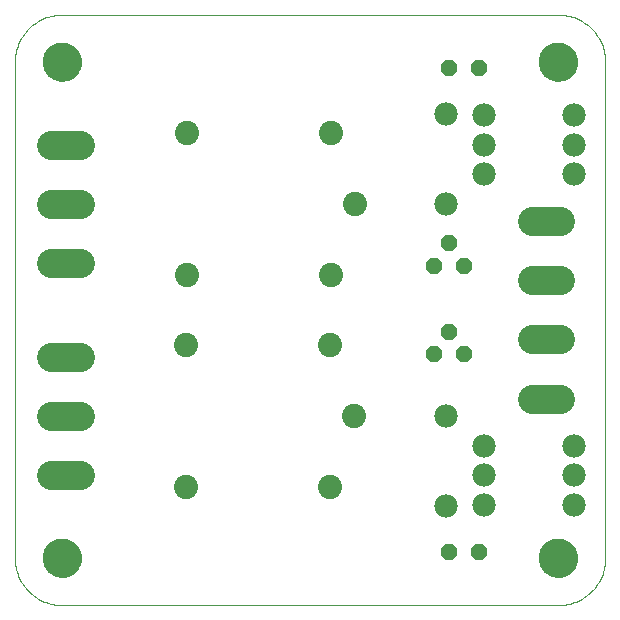
<source format=gts>
G75*
G70*
%OFA0B0*%
%FSLAX24Y24*%
%IPPOS*%
%LPD*%
%AMOC8*
5,1,8,0,0,1.08239X$1,22.5*
%
%ADD10C,0.0780*%
%ADD11OC8,0.0520*%
%ADD12C,0.0808*%
%ADD13C,0.0000*%
%ADD14C,0.1300*%
%ADD15C,0.0977*%
D10*
X019982Y006738D03*
X021238Y006762D03*
X021238Y007746D03*
X021238Y008731D03*
X019982Y009738D03*
X024238Y008731D03*
X024238Y007746D03*
X024238Y006762D03*
X019982Y016778D03*
X021238Y017786D03*
X021238Y018770D03*
X021238Y019754D03*
X019982Y019778D03*
X024238Y019754D03*
X024238Y018770D03*
X024238Y017786D03*
D11*
X020580Y014735D03*
X020080Y015485D03*
X019580Y014735D03*
X020080Y012532D03*
X019580Y011782D03*
X020580Y011782D03*
X021072Y005187D03*
X020072Y005187D03*
X020072Y021329D03*
X021072Y021329D03*
D12*
X016163Y019160D03*
X016950Y016798D03*
X016163Y014435D03*
X016124Y012077D03*
X016911Y009715D03*
X016124Y007353D03*
X011320Y007353D03*
X011320Y012077D03*
X011360Y014435D03*
X011360Y019160D03*
D13*
X005612Y021526D02*
X005612Y004990D01*
X006557Y004990D02*
X006559Y005040D01*
X006565Y005090D01*
X006575Y005139D01*
X006589Y005187D01*
X006606Y005234D01*
X006627Y005279D01*
X006652Y005323D01*
X006680Y005364D01*
X006712Y005403D01*
X006746Y005440D01*
X006783Y005474D01*
X006823Y005504D01*
X006865Y005531D01*
X006909Y005555D01*
X006955Y005576D01*
X007002Y005592D01*
X007050Y005605D01*
X007100Y005614D01*
X007149Y005619D01*
X007200Y005620D01*
X007250Y005617D01*
X007299Y005610D01*
X007348Y005599D01*
X007396Y005584D01*
X007442Y005566D01*
X007487Y005544D01*
X007530Y005518D01*
X007571Y005489D01*
X007610Y005457D01*
X007646Y005422D01*
X007678Y005384D01*
X007708Y005344D01*
X007735Y005301D01*
X007758Y005257D01*
X007777Y005211D01*
X007793Y005163D01*
X007805Y005114D01*
X007813Y005065D01*
X007817Y005015D01*
X007817Y004965D01*
X007813Y004915D01*
X007805Y004866D01*
X007793Y004817D01*
X007777Y004769D01*
X007758Y004723D01*
X007735Y004679D01*
X007708Y004636D01*
X007678Y004596D01*
X007646Y004558D01*
X007610Y004523D01*
X007571Y004491D01*
X007530Y004462D01*
X007487Y004436D01*
X007442Y004414D01*
X007396Y004396D01*
X007348Y004381D01*
X007299Y004370D01*
X007250Y004363D01*
X007200Y004360D01*
X007149Y004361D01*
X007100Y004366D01*
X007050Y004375D01*
X007002Y004388D01*
X006955Y004404D01*
X006909Y004425D01*
X006865Y004449D01*
X006823Y004476D01*
X006783Y004506D01*
X006746Y004540D01*
X006712Y004577D01*
X006680Y004616D01*
X006652Y004657D01*
X006627Y004701D01*
X006606Y004746D01*
X006589Y004793D01*
X006575Y004841D01*
X006565Y004890D01*
X006559Y004940D01*
X006557Y004990D01*
X005612Y004990D02*
X005614Y004913D01*
X005620Y004836D01*
X005629Y004759D01*
X005642Y004683D01*
X005659Y004607D01*
X005680Y004533D01*
X005704Y004459D01*
X005732Y004387D01*
X005763Y004317D01*
X005798Y004248D01*
X005836Y004180D01*
X005877Y004115D01*
X005922Y004052D01*
X005970Y003991D01*
X006020Y003932D01*
X006073Y003876D01*
X006129Y003823D01*
X006188Y003773D01*
X006249Y003725D01*
X006312Y003680D01*
X006377Y003639D01*
X006445Y003601D01*
X006514Y003566D01*
X006584Y003535D01*
X006656Y003507D01*
X006730Y003483D01*
X006804Y003462D01*
X006880Y003445D01*
X006956Y003432D01*
X007033Y003423D01*
X007110Y003417D01*
X007187Y003415D01*
X007187Y003416D02*
X023722Y003416D01*
X023092Y004990D02*
X023094Y005040D01*
X023100Y005090D01*
X023110Y005139D01*
X023124Y005187D01*
X023141Y005234D01*
X023162Y005279D01*
X023187Y005323D01*
X023215Y005364D01*
X023247Y005403D01*
X023281Y005440D01*
X023318Y005474D01*
X023358Y005504D01*
X023400Y005531D01*
X023444Y005555D01*
X023490Y005576D01*
X023537Y005592D01*
X023585Y005605D01*
X023635Y005614D01*
X023684Y005619D01*
X023735Y005620D01*
X023785Y005617D01*
X023834Y005610D01*
X023883Y005599D01*
X023931Y005584D01*
X023977Y005566D01*
X024022Y005544D01*
X024065Y005518D01*
X024106Y005489D01*
X024145Y005457D01*
X024181Y005422D01*
X024213Y005384D01*
X024243Y005344D01*
X024270Y005301D01*
X024293Y005257D01*
X024312Y005211D01*
X024328Y005163D01*
X024340Y005114D01*
X024348Y005065D01*
X024352Y005015D01*
X024352Y004965D01*
X024348Y004915D01*
X024340Y004866D01*
X024328Y004817D01*
X024312Y004769D01*
X024293Y004723D01*
X024270Y004679D01*
X024243Y004636D01*
X024213Y004596D01*
X024181Y004558D01*
X024145Y004523D01*
X024106Y004491D01*
X024065Y004462D01*
X024022Y004436D01*
X023977Y004414D01*
X023931Y004396D01*
X023883Y004381D01*
X023834Y004370D01*
X023785Y004363D01*
X023735Y004360D01*
X023684Y004361D01*
X023635Y004366D01*
X023585Y004375D01*
X023537Y004388D01*
X023490Y004404D01*
X023444Y004425D01*
X023400Y004449D01*
X023358Y004476D01*
X023318Y004506D01*
X023281Y004540D01*
X023247Y004577D01*
X023215Y004616D01*
X023187Y004657D01*
X023162Y004701D01*
X023141Y004746D01*
X023124Y004793D01*
X023110Y004841D01*
X023100Y004890D01*
X023094Y004940D01*
X023092Y004990D01*
X023722Y003415D02*
X023799Y003417D01*
X023876Y003423D01*
X023953Y003432D01*
X024029Y003445D01*
X024105Y003462D01*
X024179Y003483D01*
X024253Y003507D01*
X024325Y003535D01*
X024395Y003566D01*
X024464Y003601D01*
X024532Y003639D01*
X024597Y003680D01*
X024660Y003725D01*
X024721Y003773D01*
X024780Y003823D01*
X024836Y003876D01*
X024889Y003932D01*
X024939Y003991D01*
X024987Y004052D01*
X025032Y004115D01*
X025073Y004180D01*
X025111Y004248D01*
X025146Y004317D01*
X025177Y004387D01*
X025205Y004459D01*
X025229Y004533D01*
X025250Y004607D01*
X025267Y004683D01*
X025280Y004759D01*
X025289Y004836D01*
X025295Y004913D01*
X025297Y004990D01*
X025297Y021526D01*
X023092Y021526D02*
X023094Y021576D01*
X023100Y021626D01*
X023110Y021675D01*
X023124Y021723D01*
X023141Y021770D01*
X023162Y021815D01*
X023187Y021859D01*
X023215Y021900D01*
X023247Y021939D01*
X023281Y021976D01*
X023318Y022010D01*
X023358Y022040D01*
X023400Y022067D01*
X023444Y022091D01*
X023490Y022112D01*
X023537Y022128D01*
X023585Y022141D01*
X023635Y022150D01*
X023684Y022155D01*
X023735Y022156D01*
X023785Y022153D01*
X023834Y022146D01*
X023883Y022135D01*
X023931Y022120D01*
X023977Y022102D01*
X024022Y022080D01*
X024065Y022054D01*
X024106Y022025D01*
X024145Y021993D01*
X024181Y021958D01*
X024213Y021920D01*
X024243Y021880D01*
X024270Y021837D01*
X024293Y021793D01*
X024312Y021747D01*
X024328Y021699D01*
X024340Y021650D01*
X024348Y021601D01*
X024352Y021551D01*
X024352Y021501D01*
X024348Y021451D01*
X024340Y021402D01*
X024328Y021353D01*
X024312Y021305D01*
X024293Y021259D01*
X024270Y021215D01*
X024243Y021172D01*
X024213Y021132D01*
X024181Y021094D01*
X024145Y021059D01*
X024106Y021027D01*
X024065Y020998D01*
X024022Y020972D01*
X023977Y020950D01*
X023931Y020932D01*
X023883Y020917D01*
X023834Y020906D01*
X023785Y020899D01*
X023735Y020896D01*
X023684Y020897D01*
X023635Y020902D01*
X023585Y020911D01*
X023537Y020924D01*
X023490Y020940D01*
X023444Y020961D01*
X023400Y020985D01*
X023358Y021012D01*
X023318Y021042D01*
X023281Y021076D01*
X023247Y021113D01*
X023215Y021152D01*
X023187Y021193D01*
X023162Y021237D01*
X023141Y021282D01*
X023124Y021329D01*
X023110Y021377D01*
X023100Y021426D01*
X023094Y021476D01*
X023092Y021526D01*
X023722Y023101D02*
X023799Y023099D01*
X023876Y023093D01*
X023953Y023084D01*
X024029Y023071D01*
X024105Y023054D01*
X024179Y023033D01*
X024253Y023009D01*
X024325Y022981D01*
X024395Y022950D01*
X024464Y022915D01*
X024532Y022877D01*
X024597Y022836D01*
X024660Y022791D01*
X024721Y022743D01*
X024780Y022693D01*
X024836Y022640D01*
X024889Y022584D01*
X024939Y022525D01*
X024987Y022464D01*
X025032Y022401D01*
X025073Y022336D01*
X025111Y022268D01*
X025146Y022199D01*
X025177Y022129D01*
X025205Y022057D01*
X025229Y021983D01*
X025250Y021909D01*
X025267Y021833D01*
X025280Y021757D01*
X025289Y021680D01*
X025295Y021603D01*
X025297Y021526D01*
X023722Y023101D02*
X007187Y023101D01*
X006557Y021526D02*
X006559Y021576D01*
X006565Y021626D01*
X006575Y021675D01*
X006589Y021723D01*
X006606Y021770D01*
X006627Y021815D01*
X006652Y021859D01*
X006680Y021900D01*
X006712Y021939D01*
X006746Y021976D01*
X006783Y022010D01*
X006823Y022040D01*
X006865Y022067D01*
X006909Y022091D01*
X006955Y022112D01*
X007002Y022128D01*
X007050Y022141D01*
X007100Y022150D01*
X007149Y022155D01*
X007200Y022156D01*
X007250Y022153D01*
X007299Y022146D01*
X007348Y022135D01*
X007396Y022120D01*
X007442Y022102D01*
X007487Y022080D01*
X007530Y022054D01*
X007571Y022025D01*
X007610Y021993D01*
X007646Y021958D01*
X007678Y021920D01*
X007708Y021880D01*
X007735Y021837D01*
X007758Y021793D01*
X007777Y021747D01*
X007793Y021699D01*
X007805Y021650D01*
X007813Y021601D01*
X007817Y021551D01*
X007817Y021501D01*
X007813Y021451D01*
X007805Y021402D01*
X007793Y021353D01*
X007777Y021305D01*
X007758Y021259D01*
X007735Y021215D01*
X007708Y021172D01*
X007678Y021132D01*
X007646Y021094D01*
X007610Y021059D01*
X007571Y021027D01*
X007530Y020998D01*
X007487Y020972D01*
X007442Y020950D01*
X007396Y020932D01*
X007348Y020917D01*
X007299Y020906D01*
X007250Y020899D01*
X007200Y020896D01*
X007149Y020897D01*
X007100Y020902D01*
X007050Y020911D01*
X007002Y020924D01*
X006955Y020940D01*
X006909Y020961D01*
X006865Y020985D01*
X006823Y021012D01*
X006783Y021042D01*
X006746Y021076D01*
X006712Y021113D01*
X006680Y021152D01*
X006652Y021193D01*
X006627Y021237D01*
X006606Y021282D01*
X006589Y021329D01*
X006575Y021377D01*
X006565Y021426D01*
X006559Y021476D01*
X006557Y021526D01*
X005612Y021526D02*
X005614Y021603D01*
X005620Y021680D01*
X005629Y021757D01*
X005642Y021833D01*
X005659Y021909D01*
X005680Y021983D01*
X005704Y022057D01*
X005732Y022129D01*
X005763Y022199D01*
X005798Y022268D01*
X005836Y022336D01*
X005877Y022401D01*
X005922Y022464D01*
X005970Y022525D01*
X006020Y022584D01*
X006073Y022640D01*
X006129Y022693D01*
X006188Y022743D01*
X006249Y022791D01*
X006312Y022836D01*
X006377Y022877D01*
X006445Y022915D01*
X006514Y022950D01*
X006584Y022981D01*
X006656Y023009D01*
X006730Y023033D01*
X006804Y023054D01*
X006880Y023071D01*
X006956Y023084D01*
X007033Y023093D01*
X007110Y023099D01*
X007187Y023101D01*
D14*
X007187Y021526D03*
X023722Y021526D03*
X023722Y004990D03*
X007187Y004990D03*
D15*
X006836Y007746D02*
X007773Y007746D01*
X007773Y009715D02*
X006836Y009715D01*
X006836Y011683D02*
X007773Y011683D01*
X007773Y014833D02*
X006836Y014833D01*
X006836Y016801D02*
X007773Y016801D01*
X007773Y018770D02*
X006836Y018770D01*
X022840Y016211D02*
X023777Y016211D01*
X023777Y014242D02*
X022840Y014242D01*
X022840Y012274D02*
X023777Y012274D01*
X023777Y010305D02*
X022840Y010305D01*
M02*

</source>
